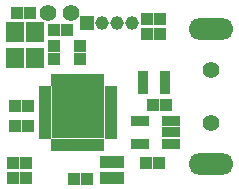
<source format=gts>
G04 (created by PCBNEW (25-Oct-2014 BZR 4029)-stable) date Mon 27 Apr 2015 22:20:08 CEST*
%MOIN*%
G04 Gerber Fmt 3.4, Leading zero omitted, Abs format*
%FSLAX34Y34*%
G01*
G70*
G90*
G04 APERTURE LIST*
%ADD10C,0.00590551*%
%ADD11R,0.0435X0.0395*%
%ADD12R,0.0395X0.0435*%
%ADD13R,0.059X0.067*%
%ADD14R,0.0317X0.0277*%
%ADD15R,0.0592X0.0364*%
%ADD16R,0.041311X0.023611*%
%ADD17R,0.023611X0.041311*%
%ADD18R,0.173211X0.173211*%
%ADD19C,0.023811*%
%ADD20C,0.0551181*%
%ADD21C,0.0454646*%
%ADD22R,0.0454646X0.0454646*%
%ADD23O,0.1498X0.0711*%
%ADD24C,0.0553*%
G04 APERTURE END LIST*
G54D10*
G54D11*
X-2028Y2203D03*
X-2460Y2203D03*
X-3838Y-2717D03*
X-3406Y-2717D03*
X-1364Y-2740D03*
X-1796Y-2740D03*
X827Y-295D03*
X1259Y-295D03*
X1053Y2087D03*
X621Y2087D03*
X1043Y-2205D03*
X611Y-2205D03*
X-315Y-2736D03*
X-747Y-2736D03*
X-3700Y2795D03*
X-3268Y2795D03*
X-3779Y-984D03*
X-3347Y-984D03*
G54D12*
X-1614Y1239D03*
X-1614Y1671D03*
G54D11*
X1053Y2579D03*
X621Y2579D03*
X-747Y-2185D03*
X-315Y-2185D03*
G54D12*
X-2480Y1239D03*
X-2480Y1671D03*
G54D11*
X-3838Y-2206D03*
X-3406Y-2206D03*
X-3347Y-335D03*
X-3779Y-335D03*
G54D13*
X-3780Y2146D03*
X-3110Y2146D03*
X-3110Y1280D03*
X-3780Y1280D03*
G54D14*
X492Y728D03*
X492Y472D03*
X492Y216D03*
X1240Y216D03*
X1240Y472D03*
X1240Y728D03*
G54D15*
X1444Y-1575D03*
X1444Y-1201D03*
X1444Y-827D03*
X406Y-827D03*
X406Y-1575D03*
G54D16*
X-2766Y257D03*
X-2766Y60D03*
X-2766Y-137D03*
X-2766Y-334D03*
X-2766Y-531D03*
X-2766Y-728D03*
X-2766Y-925D03*
X-2766Y-1122D03*
X-2766Y-1319D03*
G54D17*
X-2461Y-1624D03*
X-2264Y-1624D03*
X-2067Y-1624D03*
X-1870Y-1624D03*
X-1673Y-1624D03*
X-1476Y-1624D03*
X-1279Y-1624D03*
X-1082Y-1624D03*
X-885Y-1624D03*
G54D16*
X-580Y-1319D03*
X-580Y-1122D03*
X-580Y-925D03*
X-580Y-728D03*
X-580Y-531D03*
X-580Y-334D03*
X-580Y-137D03*
X-580Y60D03*
X-580Y257D03*
G54D17*
X-885Y562D03*
X-1082Y562D03*
X-1279Y562D03*
X-1476Y562D03*
X-1673Y562D03*
X-1870Y562D03*
X-2067Y562D03*
X-2264Y562D03*
X-2461Y562D03*
G54D18*
X-1673Y-531D03*
G54D19*
X-1673Y-531D03*
X-1279Y-531D03*
X-2067Y-531D03*
X-2067Y-137D03*
X-1673Y-137D03*
X-1279Y-137D03*
X-1279Y-925D03*
X-1673Y-925D03*
X-2067Y-925D03*
G54D20*
X-2677Y2793D03*
X-1889Y2793D03*
G54D21*
X-879Y2459D03*
X-379Y2459D03*
G54D22*
X-1379Y2459D03*
G54D21*
X120Y2459D03*
X-879Y2459D03*
X-379Y2459D03*
G54D22*
X-1379Y2459D03*
G54D21*
X120Y2459D03*
G54D20*
X-2677Y2793D03*
X-1889Y2793D03*
G54D16*
X-2766Y257D03*
X-2766Y60D03*
X-2766Y-137D03*
X-2766Y-334D03*
X-2766Y-531D03*
X-2766Y-728D03*
X-2766Y-925D03*
X-2766Y-1122D03*
X-2766Y-1319D03*
G54D17*
X-2461Y-1624D03*
X-2264Y-1624D03*
X-2067Y-1624D03*
X-1870Y-1624D03*
X-1673Y-1624D03*
X-1476Y-1624D03*
X-1279Y-1624D03*
X-1082Y-1624D03*
X-885Y-1624D03*
G54D16*
X-580Y-1319D03*
X-580Y-1122D03*
X-580Y-925D03*
X-580Y-728D03*
X-580Y-531D03*
X-580Y-334D03*
X-580Y-137D03*
X-580Y60D03*
X-580Y257D03*
G54D17*
X-885Y562D03*
X-1082Y562D03*
X-1279Y562D03*
X-1476Y562D03*
X-1673Y562D03*
X-1870Y562D03*
X-2067Y562D03*
X-2264Y562D03*
X-2461Y562D03*
G54D18*
X-1673Y-531D03*
G54D19*
X-1673Y-531D03*
X-1279Y-531D03*
X-2067Y-531D03*
X-2067Y-137D03*
X-1673Y-137D03*
X-1279Y-137D03*
X-1279Y-925D03*
X-1673Y-925D03*
X-2067Y-925D03*
G54D23*
X2755Y2237D03*
X2755Y-2250D03*
G54D24*
X2755Y-892D03*
X2755Y879D03*
G54D15*
X1444Y-1575D03*
X1444Y-1201D03*
X1444Y-827D03*
X406Y-827D03*
X406Y-1575D03*
G54D14*
X492Y728D03*
X492Y472D03*
X492Y216D03*
X1240Y216D03*
X1240Y472D03*
X1240Y728D03*
G54D13*
X-3780Y2146D03*
X-3110Y2146D03*
X-3110Y1280D03*
X-3780Y1280D03*
G54D11*
X-3347Y-335D03*
X-3779Y-335D03*
X-3838Y-2206D03*
X-3406Y-2206D03*
G54D12*
X-2480Y1239D03*
X-2480Y1671D03*
G54D11*
X-747Y-2185D03*
X-315Y-2185D03*
X1053Y2579D03*
X621Y2579D03*
G54D12*
X-1614Y1239D03*
X-1614Y1671D03*
G54D11*
X-3779Y-984D03*
X-3347Y-984D03*
X-3700Y2795D03*
X-3268Y2795D03*
X-315Y-2736D03*
X-747Y-2736D03*
X1043Y-2205D03*
X611Y-2205D03*
X1053Y2087D03*
X621Y2087D03*
X827Y-295D03*
X1259Y-295D03*
X-1364Y-2740D03*
X-1796Y-2740D03*
X-3838Y-2717D03*
X-3406Y-2717D03*
X-2028Y2203D03*
X-2460Y2203D03*
M02*

</source>
